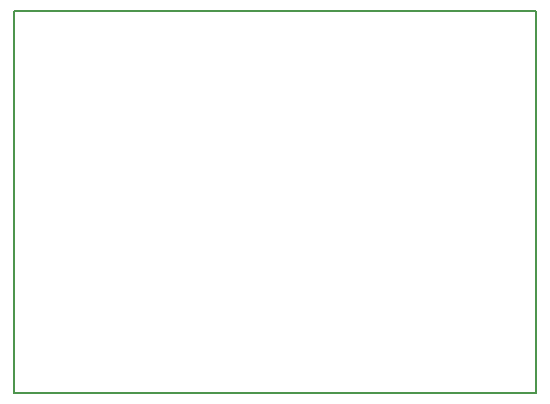
<source format=gbr>
G04 PROTEUS GERBER X2 FILE*
%TF.GenerationSoftware,Labcenter,Proteus,8.5-SP0-Build22067*%
%TF.CreationDate,2018-05-26T17:21:35+00:00*%
%TF.FileFunction,NonPlated,1,16,NPTH*%
%TF.FilePolarity,Positive*%
%TF.Part,Single*%
%FSLAX45Y45*%
%MOMM*%
G01*
%TA.AperFunction,Profile*%
%ADD13C,0.203200*%
D13*
X-2100000Y-1735000D02*
X+2315000Y-1735000D01*
X+2315000Y+1502000D01*
X-2100000Y+1502000D01*
X-2100000Y-1735000D01*
M02*

</source>
